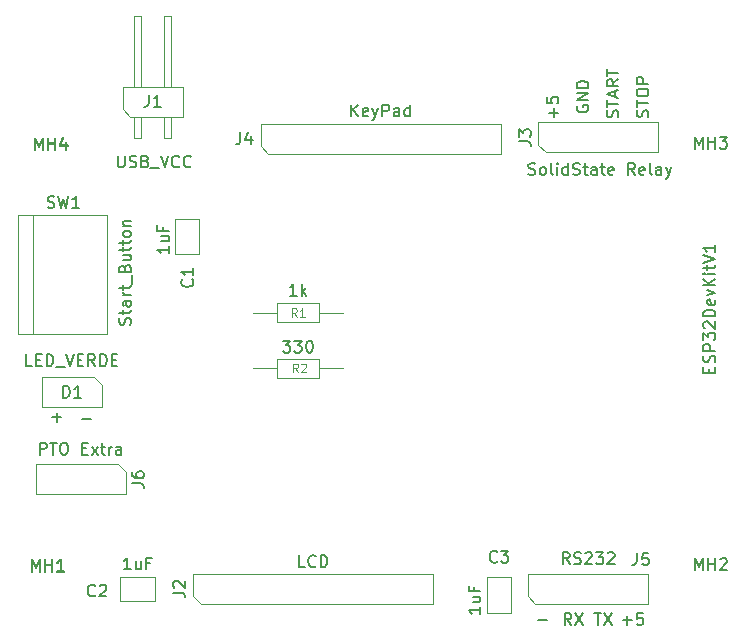
<source format=gbr>
%TF.GenerationSoftware,KiCad,Pcbnew,(5.1.10)-1*%
%TF.CreationDate,2021-09-09T10:08:14-05:00*%
%TF.ProjectId,ControlMotores,436f6e74-726f-46c4-9d6f-746f7265732e,rev?*%
%TF.SameCoordinates,PX6bac358PY737c164*%
%TF.FileFunction,Other,Fab,Top*%
%FSLAX46Y46*%
G04 Gerber Fmt 4.6, Leading zero omitted, Abs format (unit mm)*
G04 Created by KiCad (PCBNEW (5.1.10)-1) date 2021-09-09 10:08:14*
%MOMM*%
%LPD*%
G01*
G04 APERTURE LIST*
%ADD10C,0.150000*%
%ADD11C,0.100000*%
%ADD12C,0.108000*%
G04 APERTURE END LIST*
D10*
X6096047Y19550072D02*
X6857952Y19550072D01*
X3556047Y19677072D02*
X4317952Y19677072D01*
X3937000Y19296120D02*
X3937000Y20058024D01*
X53998761Y45109024D02*
X54046380Y45251881D01*
X54046380Y45489977D01*
X53998761Y45585215D01*
X53951142Y45632834D01*
X53855904Y45680453D01*
X53760666Y45680453D01*
X53665428Y45632834D01*
X53617809Y45585215D01*
X53570190Y45489977D01*
X53522571Y45299500D01*
X53474952Y45204262D01*
X53427333Y45156643D01*
X53332095Y45109024D01*
X53236857Y45109024D01*
X53141619Y45156643D01*
X53094000Y45204262D01*
X53046380Y45299500D01*
X53046380Y45537596D01*
X53094000Y45680453D01*
X53046380Y45966167D02*
X53046380Y46537596D01*
X54046380Y46251881D02*
X53046380Y46251881D01*
X53046380Y47061405D02*
X53046380Y47251881D01*
X53094000Y47347120D01*
X53189238Y47442358D01*
X53379714Y47489977D01*
X53713047Y47489977D01*
X53903523Y47442358D01*
X53998761Y47347120D01*
X54046380Y47251881D01*
X54046380Y47061405D01*
X53998761Y46966167D01*
X53903523Y46870929D01*
X53713047Y46823310D01*
X53379714Y46823310D01*
X53189238Y46870929D01*
X53094000Y46966167D01*
X53046380Y47061405D01*
X54046380Y47918548D02*
X53046380Y47918548D01*
X53046380Y48299500D01*
X53094000Y48394739D01*
X53141619Y48442358D01*
X53236857Y48489977D01*
X53379714Y48489977D01*
X53474952Y48442358D01*
X53522571Y48394739D01*
X53570190Y48299500D01*
X53570190Y47918548D01*
X51458761Y45077310D02*
X51506380Y45220167D01*
X51506380Y45458262D01*
X51458761Y45553500D01*
X51411142Y45601120D01*
X51315904Y45648739D01*
X51220666Y45648739D01*
X51125428Y45601120D01*
X51077809Y45553500D01*
X51030190Y45458262D01*
X50982571Y45267786D01*
X50934952Y45172548D01*
X50887333Y45124929D01*
X50792095Y45077310D01*
X50696857Y45077310D01*
X50601619Y45124929D01*
X50554000Y45172548D01*
X50506380Y45267786D01*
X50506380Y45505881D01*
X50554000Y45648739D01*
X50506380Y45934453D02*
X50506380Y46505881D01*
X51506380Y46220167D02*
X50506380Y46220167D01*
X51220666Y46791596D02*
X51220666Y47267786D01*
X51506380Y46696358D02*
X50506380Y47029691D01*
X51506380Y47363024D01*
X51506380Y48267786D02*
X51030190Y47934453D01*
X51506380Y47696358D02*
X50506380Y47696358D01*
X50506380Y48077310D01*
X50554000Y48172548D01*
X50601619Y48220167D01*
X50696857Y48267786D01*
X50839714Y48267786D01*
X50934952Y48220167D01*
X50982571Y48172548D01*
X51030190Y48077310D01*
X51030190Y47696358D01*
X50506380Y48553500D02*
X50506380Y49124929D01*
X51506380Y48839215D02*
X50506380Y48839215D01*
X48014000Y46037596D02*
X47966380Y45942358D01*
X47966380Y45799500D01*
X48014000Y45656643D01*
X48109238Y45561405D01*
X48204476Y45513786D01*
X48394952Y45466167D01*
X48537809Y45466167D01*
X48728285Y45513786D01*
X48823523Y45561405D01*
X48918761Y45656643D01*
X48966380Y45799500D01*
X48966380Y45894739D01*
X48918761Y46037596D01*
X48871142Y46085215D01*
X48537809Y46085215D01*
X48537809Y45894739D01*
X48966380Y46513786D02*
X47966380Y46513786D01*
X48966380Y47085215D01*
X47966380Y47085215D01*
X48966380Y47561405D02*
X47966380Y47561405D01*
X47966380Y47799500D01*
X48014000Y47942358D01*
X48109238Y48037596D01*
X48204476Y48085215D01*
X48394952Y48132834D01*
X48537809Y48132834D01*
X48728285Y48085215D01*
X48823523Y48037596D01*
X48918761Y47942358D01*
X48966380Y47799500D01*
X48966380Y47561405D01*
X46045428Y45053358D02*
X46045428Y45815262D01*
X46426380Y45434310D02*
X45664476Y45434310D01*
X45426380Y46767643D02*
X45426380Y46291453D01*
X45902571Y46243834D01*
X45854952Y46291453D01*
X45807333Y46386691D01*
X45807333Y46624786D01*
X45854952Y46720024D01*
X45902571Y46767643D01*
X45997809Y46815262D01*
X46235904Y46815262D01*
X46331142Y46767643D01*
X46378761Y46720024D01*
X46426380Y46624786D01*
X46426380Y46386691D01*
X46378761Y46291453D01*
X46331142Y46243834D01*
X51847857Y2468572D02*
X52609761Y2468572D01*
X52228809Y2087620D02*
X52228809Y2849524D01*
X53562142Y3087620D02*
X53085952Y3087620D01*
X53038333Y2611429D01*
X53085952Y2659048D01*
X53181190Y2706667D01*
X53419285Y2706667D01*
X53514523Y2659048D01*
X53562142Y2611429D01*
X53609761Y2516191D01*
X53609761Y2278096D01*
X53562142Y2182858D01*
X53514523Y2135239D01*
X53419285Y2087620D01*
X53181190Y2087620D01*
X53085952Y2135239D01*
X53038333Y2182858D01*
X49466595Y3087620D02*
X50038023Y3087620D01*
X49752309Y2087620D02*
X49752309Y3087620D01*
X50276119Y3087620D02*
X50942785Y2087620D01*
X50942785Y3087620D02*
X50276119Y2087620D01*
X47521833Y2087620D02*
X47188500Y2563810D01*
X46950404Y2087620D02*
X46950404Y3087620D01*
X47331357Y3087620D01*
X47426595Y3040000D01*
X47474214Y2992381D01*
X47521833Y2897143D01*
X47521833Y2754286D01*
X47474214Y2659048D01*
X47426595Y2611429D01*
X47331357Y2563810D01*
X46950404Y2563810D01*
X47855166Y3087620D02*
X48521833Y2087620D01*
X48521833Y3087620D02*
X47855166Y2087620D01*
X44704047Y2532072D02*
X45465952Y2532072D01*
D11*
%TO.C,C3*%
X40402000Y6115500D02*
X40402000Y3115500D01*
X42402000Y6115500D02*
X40402000Y6115500D01*
X42402000Y3115500D02*
X42402000Y6115500D01*
X40402000Y3115500D02*
X42402000Y3115500D01*
%TO.C,C2*%
X12275000Y6143500D02*
X9275000Y6143500D01*
X12275000Y4143500D02*
X12275000Y6143500D01*
X9275000Y4143500D02*
X12275000Y4143500D01*
X9275000Y6143500D02*
X9275000Y4143500D01*
%TO.C,C1*%
X13986000Y36468500D02*
X13986000Y33468500D01*
X15986000Y36468500D02*
X13986000Y36468500D01*
X15986000Y33468500D02*
X15986000Y36468500D01*
X13986000Y33468500D02*
X15986000Y33468500D01*
%TO.C,SW1*%
X1895000Y36700000D02*
X1895000Y26800000D01*
X8195000Y36750000D02*
X695000Y36750000D01*
X695000Y36750000D02*
X695000Y26750000D01*
X695000Y26750000D02*
X8195000Y26750000D01*
X8195000Y26750000D02*
X8195000Y36750000D01*
%TO.C,R2*%
X22584000Y24612500D02*
X22584000Y23012500D01*
X22584000Y23012500D02*
X26184000Y23012500D01*
X26184000Y23012500D02*
X26184000Y24612500D01*
X26184000Y24612500D02*
X22584000Y24612500D01*
X20574000Y23812500D02*
X22584000Y23812500D01*
X28194000Y23812500D02*
X26184000Y23812500D01*
%TO.C,R1*%
X22584000Y29311500D02*
X22584000Y27711500D01*
X22584000Y27711500D02*
X26184000Y27711500D01*
X26184000Y27711500D02*
X26184000Y29311500D01*
X26184000Y29311500D02*
X22584000Y29311500D01*
X20574000Y28511500D02*
X22584000Y28511500D01*
X28194000Y28511500D02*
X26184000Y28511500D01*
%TO.C,J6*%
X9779000Y15049500D02*
X9779000Y13144500D01*
X9779000Y13144500D02*
X2159000Y13144500D01*
X2159000Y13144500D02*
X2159000Y15684500D01*
X2159000Y15684500D02*
X9144000Y15684500D01*
X9144000Y15684500D02*
X9779000Y15049500D01*
%TO.C,J5*%
X43815000Y4508500D02*
X43815000Y6413500D01*
X43815000Y6413500D02*
X53975000Y6413500D01*
X53975000Y6413500D02*
X53975000Y3873500D01*
X53975000Y3873500D02*
X44450000Y3873500D01*
X44450000Y3873500D02*
X43815000Y4508500D01*
%TO.C,J4*%
X21209000Y42608500D02*
X21209000Y44513500D01*
X21209000Y44513500D02*
X41529000Y44513500D01*
X41529000Y44513500D02*
X41529000Y41973500D01*
X41529000Y41973500D02*
X21844000Y41973500D01*
X21844000Y41973500D02*
X21209000Y42608500D01*
%TO.C,J3*%
X44704000Y42735500D02*
X44704000Y44640500D01*
X44704000Y44640500D02*
X54864000Y44640500D01*
X54864000Y44640500D02*
X54864000Y42100500D01*
X54864000Y42100500D02*
X45339000Y42100500D01*
X45339000Y42100500D02*
X44704000Y42735500D01*
%TO.C,J2*%
X15494000Y4508500D02*
X15494000Y6413500D01*
X15494000Y6413500D02*
X35814000Y6413500D01*
X35814000Y6413500D02*
X35814000Y3873500D01*
X35814000Y3873500D02*
X16129000Y3873500D01*
X16129000Y3873500D02*
X15494000Y4508500D01*
%TO.C,J1*%
X9525000Y45759500D02*
X9525000Y47664500D01*
X9525000Y47664500D02*
X14605000Y47664500D01*
X14605000Y47664500D02*
X14605000Y45124500D01*
X14605000Y45124500D02*
X10160000Y45124500D01*
X10160000Y45124500D02*
X9525000Y45759500D01*
X10475000Y43304500D02*
X10475000Y45124500D01*
X10475000Y43304500D02*
X11115000Y43304500D01*
X11115000Y43304500D02*
X11115000Y45124500D01*
X10475000Y47664500D02*
X10475000Y53664500D01*
X10475000Y53664500D02*
X11115000Y53664500D01*
X11115000Y47664500D02*
X11115000Y53664500D01*
X13015000Y43304500D02*
X13015000Y45124500D01*
X13015000Y43304500D02*
X13655000Y43304500D01*
X13655000Y43304500D02*
X13655000Y45124500D01*
X13015000Y47664500D02*
X13015000Y53664500D01*
X13015000Y53664500D02*
X13655000Y53664500D01*
X13655000Y47664500D02*
X13655000Y53664500D01*
%TO.C,D1*%
X7747000Y22415500D02*
X7747000Y20510500D01*
X7747000Y20510500D02*
X2667000Y20510500D01*
X2667000Y20510500D02*
X2667000Y23050500D01*
X2667000Y23050500D02*
X7112000Y23050500D01*
X7112000Y23050500D02*
X7747000Y22415500D01*
%TD*%
%TO.C,C3*%
D10*
X39822380Y3595762D02*
X39822380Y3024334D01*
X39822380Y3310048D02*
X38822380Y3310048D01*
X38965238Y3214810D01*
X39060476Y3119572D01*
X39108095Y3024334D01*
X39155714Y4452905D02*
X39822380Y4452905D01*
X39155714Y4024334D02*
X39679523Y4024334D01*
X39774761Y4071953D01*
X39822380Y4167191D01*
X39822380Y4310048D01*
X39774761Y4405286D01*
X39727142Y4452905D01*
X39298571Y5262429D02*
X39298571Y4929096D01*
X39822380Y4929096D02*
X38822380Y4929096D01*
X38822380Y5405286D01*
X41235333Y7453358D02*
X41187714Y7405739D01*
X41044857Y7358120D01*
X40949619Y7358120D01*
X40806761Y7405739D01*
X40711523Y7500977D01*
X40663904Y7596215D01*
X40616285Y7786691D01*
X40616285Y7929548D01*
X40663904Y8120024D01*
X40711523Y8215262D01*
X40806761Y8310500D01*
X40949619Y8358120D01*
X41044857Y8358120D01*
X41187714Y8310500D01*
X41235333Y8262881D01*
X41568666Y8358120D02*
X42187714Y8358120D01*
X41854380Y7977167D01*
X41997238Y7977167D01*
X42092476Y7929548D01*
X42140095Y7881929D01*
X42187714Y7786691D01*
X42187714Y7548596D01*
X42140095Y7453358D01*
X42092476Y7405739D01*
X41997238Y7358120D01*
X41711523Y7358120D01*
X41616285Y7405739D01*
X41568666Y7453358D01*
%TO.C,C2*%
X10199761Y6786620D02*
X9628333Y6786620D01*
X9914047Y6786620D02*
X9914047Y7786620D01*
X9818809Y7643762D01*
X9723571Y7548524D01*
X9628333Y7500905D01*
X11056904Y7453286D02*
X11056904Y6786620D01*
X10628333Y7453286D02*
X10628333Y6929477D01*
X10675952Y6834239D01*
X10771190Y6786620D01*
X10914047Y6786620D01*
X11009285Y6834239D01*
X11056904Y6881858D01*
X11866428Y7310429D02*
X11533095Y7310429D01*
X11533095Y6786620D02*
X11533095Y7786620D01*
X12009285Y7786620D01*
X7199333Y4595858D02*
X7151714Y4548239D01*
X7008857Y4500620D01*
X6913619Y4500620D01*
X6770761Y4548239D01*
X6675523Y4643477D01*
X6627904Y4738715D01*
X6580285Y4929191D01*
X6580285Y5072048D01*
X6627904Y5262524D01*
X6675523Y5357762D01*
X6770761Y5453000D01*
X6913619Y5500620D01*
X7008857Y5500620D01*
X7151714Y5453000D01*
X7199333Y5405381D01*
X7580285Y5405381D02*
X7627904Y5453000D01*
X7723142Y5500620D01*
X7961238Y5500620D01*
X8056476Y5453000D01*
X8104095Y5405381D01*
X8151714Y5310143D01*
X8151714Y5214905D01*
X8104095Y5072048D01*
X7532666Y4500620D01*
X8151714Y4500620D01*
%TO.C,C1*%
X13469880Y34139262D02*
X13469880Y33567834D01*
X13469880Y33853548D02*
X12469880Y33853548D01*
X12612738Y33758310D01*
X12707976Y33663072D01*
X12755595Y33567834D01*
X12803214Y34996405D02*
X13469880Y34996405D01*
X12803214Y34567834D02*
X13327023Y34567834D01*
X13422261Y34615453D01*
X13469880Y34710691D01*
X13469880Y34853548D01*
X13422261Y34948786D01*
X13374642Y34996405D01*
X12946071Y35805929D02*
X12946071Y35472596D01*
X13469880Y35472596D02*
X12469880Y35472596D01*
X12469880Y35948786D01*
X15406642Y31329334D02*
X15454261Y31281715D01*
X15501880Y31138858D01*
X15501880Y31043620D01*
X15454261Y30900762D01*
X15359023Y30805524D01*
X15263785Y30757905D01*
X15073309Y30710286D01*
X14930452Y30710286D01*
X14739976Y30757905D01*
X14644738Y30805524D01*
X14549500Y30900762D01*
X14501880Y31043620D01*
X14501880Y31138858D01*
X14549500Y31281715D01*
X14597119Y31329334D01*
X15501880Y32281715D02*
X15501880Y31710286D01*
X15501880Y31996000D02*
X14501880Y31996000D01*
X14644738Y31900762D01*
X14739976Y31805524D01*
X14787595Y31710286D01*
%TO.C,MH3*%
X57975666Y42410120D02*
X57975666Y43410120D01*
X58309000Y42695834D01*
X58642333Y43410120D01*
X58642333Y42410120D01*
X59118523Y42410120D02*
X59118523Y43410120D01*
X59118523Y42933929D02*
X59689952Y42933929D01*
X59689952Y42410120D02*
X59689952Y43410120D01*
X60070904Y43410120D02*
X60689952Y43410120D01*
X60356619Y43029167D01*
X60499476Y43029167D01*
X60594714Y42981548D01*
X60642333Y42933929D01*
X60689952Y42838691D01*
X60689952Y42600596D01*
X60642333Y42505358D01*
X60594714Y42457739D01*
X60499476Y42410120D01*
X60213761Y42410120D01*
X60118523Y42457739D01*
X60070904Y42505358D01*
X57975666Y42410120D02*
X57975666Y43410120D01*
X58309000Y42695834D01*
X58642333Y43410120D01*
X58642333Y42410120D01*
X59118523Y42410120D02*
X59118523Y43410120D01*
X59118523Y42933929D02*
X59689952Y42933929D01*
X59689952Y42410120D02*
X59689952Y43410120D01*
X60070904Y43410120D02*
X60689952Y43410120D01*
X60356619Y43029167D01*
X60499476Y43029167D01*
X60594714Y42981548D01*
X60642333Y42933929D01*
X60689952Y42838691D01*
X60689952Y42600596D01*
X60642333Y42505358D01*
X60594714Y42457739D01*
X60499476Y42410120D01*
X60213761Y42410120D01*
X60118523Y42457739D01*
X60070904Y42505358D01*
%TO.C,MH4*%
X2095666Y42339120D02*
X2095666Y43339120D01*
X2429000Y42624834D01*
X2762333Y43339120D01*
X2762333Y42339120D01*
X3238523Y42339120D02*
X3238523Y43339120D01*
X3238523Y42862929D02*
X3809952Y42862929D01*
X3809952Y42339120D02*
X3809952Y43339120D01*
X4714714Y43005786D02*
X4714714Y42339120D01*
X4476619Y43386739D02*
X4238523Y42672453D01*
X4857571Y42672453D01*
X2095666Y42283120D02*
X2095666Y43283120D01*
X2429000Y42568834D01*
X2762333Y43283120D01*
X2762333Y42283120D01*
X3238523Y42283120D02*
X3238523Y43283120D01*
X3238523Y42806929D02*
X3809952Y42806929D01*
X3809952Y42283120D02*
X3809952Y43283120D01*
X4714714Y42949786D02*
X4714714Y42283120D01*
X4476619Y43330739D02*
X4238523Y42616453D01*
X4857571Y42616453D01*
%TO.C,MH2*%
X57975666Y6723120D02*
X57975666Y7723120D01*
X58309000Y7008834D01*
X58642333Y7723120D01*
X58642333Y6723120D01*
X59118523Y6723120D02*
X59118523Y7723120D01*
X59118523Y7246929D02*
X59689952Y7246929D01*
X59689952Y6723120D02*
X59689952Y7723120D01*
X60118523Y7627881D02*
X60166142Y7675500D01*
X60261380Y7723120D01*
X60499476Y7723120D01*
X60594714Y7675500D01*
X60642333Y7627881D01*
X60689952Y7532643D01*
X60689952Y7437405D01*
X60642333Y7294548D01*
X60070904Y6723120D01*
X60689952Y6723120D01*
X57975666Y6723120D02*
X57975666Y7723120D01*
X58309000Y7008834D01*
X58642333Y7723120D01*
X58642333Y6723120D01*
X59118523Y6723120D02*
X59118523Y7723120D01*
X59118523Y7246929D02*
X59689952Y7246929D01*
X59689952Y6723120D02*
X59689952Y7723120D01*
X60118523Y7627881D02*
X60166142Y7675500D01*
X60261380Y7723120D01*
X60499476Y7723120D01*
X60594714Y7675500D01*
X60642333Y7627881D01*
X60689952Y7532643D01*
X60689952Y7437405D01*
X60642333Y7294548D01*
X60070904Y6723120D01*
X60689952Y6723120D01*
%TO.C,MH1*%
X1841666Y6659620D02*
X1841666Y7659620D01*
X2175000Y6945334D01*
X2508333Y7659620D01*
X2508333Y6659620D01*
X2984523Y6659620D02*
X2984523Y7659620D01*
X2984523Y7183429D02*
X3555952Y7183429D01*
X3555952Y6659620D02*
X3555952Y7659620D01*
X4555952Y6659620D02*
X3984523Y6659620D01*
X4270238Y6659620D02*
X4270238Y7659620D01*
X4175000Y7516762D01*
X4079761Y7421524D01*
X3984523Y7373905D01*
X1841666Y6596120D02*
X1841666Y7596120D01*
X2175000Y6881834D01*
X2508333Y7596120D01*
X2508333Y6596120D01*
X2984523Y6596120D02*
X2984523Y7596120D01*
X2984523Y7119929D02*
X3555952Y7119929D01*
X3555952Y6596120D02*
X3555952Y7596120D01*
X4555952Y6596120D02*
X3984523Y6596120D01*
X4270238Y6596120D02*
X4270238Y7596120D01*
X4175000Y7453262D01*
X4079761Y7358024D01*
X3984523Y7310405D01*
%TO.C,U1*%
X59174071Y23448048D02*
X59174071Y23781381D01*
X59697880Y23924239D02*
X59697880Y23448048D01*
X58697880Y23448048D01*
X58697880Y23924239D01*
X59650261Y24305191D02*
X59697880Y24448048D01*
X59697880Y24686143D01*
X59650261Y24781381D01*
X59602642Y24829000D01*
X59507404Y24876620D01*
X59412166Y24876620D01*
X59316928Y24829000D01*
X59269309Y24781381D01*
X59221690Y24686143D01*
X59174071Y24495667D01*
X59126452Y24400429D01*
X59078833Y24352810D01*
X58983595Y24305191D01*
X58888357Y24305191D01*
X58793119Y24352810D01*
X58745500Y24400429D01*
X58697880Y24495667D01*
X58697880Y24733762D01*
X58745500Y24876620D01*
X59697880Y25305191D02*
X58697880Y25305191D01*
X58697880Y25686143D01*
X58745500Y25781381D01*
X58793119Y25829000D01*
X58888357Y25876620D01*
X59031214Y25876620D01*
X59126452Y25829000D01*
X59174071Y25781381D01*
X59221690Y25686143D01*
X59221690Y25305191D01*
X58697880Y26209953D02*
X58697880Y26829000D01*
X59078833Y26495667D01*
X59078833Y26638524D01*
X59126452Y26733762D01*
X59174071Y26781381D01*
X59269309Y26829000D01*
X59507404Y26829000D01*
X59602642Y26781381D01*
X59650261Y26733762D01*
X59697880Y26638524D01*
X59697880Y26352810D01*
X59650261Y26257572D01*
X59602642Y26209953D01*
X58793119Y27209953D02*
X58745500Y27257572D01*
X58697880Y27352810D01*
X58697880Y27590905D01*
X58745500Y27686143D01*
X58793119Y27733762D01*
X58888357Y27781381D01*
X58983595Y27781381D01*
X59126452Y27733762D01*
X59697880Y27162334D01*
X59697880Y27781381D01*
X59697880Y28209953D02*
X58697880Y28209953D01*
X58697880Y28448048D01*
X58745500Y28590905D01*
X58840738Y28686143D01*
X58935976Y28733762D01*
X59126452Y28781381D01*
X59269309Y28781381D01*
X59459785Y28733762D01*
X59555023Y28686143D01*
X59650261Y28590905D01*
X59697880Y28448048D01*
X59697880Y28209953D01*
X59650261Y29590905D02*
X59697880Y29495667D01*
X59697880Y29305191D01*
X59650261Y29209953D01*
X59555023Y29162334D01*
X59174071Y29162334D01*
X59078833Y29209953D01*
X59031214Y29305191D01*
X59031214Y29495667D01*
X59078833Y29590905D01*
X59174071Y29638524D01*
X59269309Y29638524D01*
X59364547Y29162334D01*
X59031214Y29971858D02*
X59697880Y30209953D01*
X59031214Y30448048D01*
X59697880Y30829000D02*
X58697880Y30829000D01*
X59697880Y31400429D02*
X59126452Y30971858D01*
X58697880Y31400429D02*
X59269309Y30829000D01*
X59697880Y31829000D02*
X59031214Y31829000D01*
X58697880Y31829000D02*
X58745500Y31781381D01*
X58793119Y31829000D01*
X58745500Y31876620D01*
X58697880Y31829000D01*
X58793119Y31829000D01*
X59031214Y32162334D02*
X59031214Y32543286D01*
X58697880Y32305191D02*
X59555023Y32305191D01*
X59650261Y32352810D01*
X59697880Y32448048D01*
X59697880Y32543286D01*
X58697880Y32733762D02*
X59697880Y33067096D01*
X58697880Y33400429D01*
X59697880Y34257572D02*
X59697880Y33686143D01*
X59697880Y33971858D02*
X58697880Y33971858D01*
X58840738Y33876620D01*
X58935976Y33781381D01*
X58983595Y33686143D01*
%TO.C,SW1*%
X10183761Y27511929D02*
X10231380Y27654786D01*
X10231380Y27892881D01*
X10183761Y27988120D01*
X10136142Y28035739D01*
X10040904Y28083358D01*
X9945666Y28083358D01*
X9850428Y28035739D01*
X9802809Y27988120D01*
X9755190Y27892881D01*
X9707571Y27702405D01*
X9659952Y27607167D01*
X9612333Y27559548D01*
X9517095Y27511929D01*
X9421857Y27511929D01*
X9326619Y27559548D01*
X9279000Y27607167D01*
X9231380Y27702405D01*
X9231380Y27940500D01*
X9279000Y28083358D01*
X9564714Y28369072D02*
X9564714Y28750024D01*
X9231380Y28511929D02*
X10088523Y28511929D01*
X10183761Y28559548D01*
X10231380Y28654786D01*
X10231380Y28750024D01*
X10231380Y29511929D02*
X9707571Y29511929D01*
X9612333Y29464310D01*
X9564714Y29369072D01*
X9564714Y29178596D01*
X9612333Y29083358D01*
X10183761Y29511929D02*
X10231380Y29416691D01*
X10231380Y29178596D01*
X10183761Y29083358D01*
X10088523Y29035739D01*
X9993285Y29035739D01*
X9898047Y29083358D01*
X9850428Y29178596D01*
X9850428Y29416691D01*
X9802809Y29511929D01*
X10231380Y29988120D02*
X9564714Y29988120D01*
X9755190Y29988120D02*
X9659952Y30035739D01*
X9612333Y30083358D01*
X9564714Y30178596D01*
X9564714Y30273834D01*
X9564714Y30464310D02*
X9564714Y30845262D01*
X9231380Y30607167D02*
X10088523Y30607167D01*
X10183761Y30654786D01*
X10231380Y30750024D01*
X10231380Y30845262D01*
X10326619Y30940500D02*
X10326619Y31702405D01*
X9707571Y32273834D02*
X9755190Y32416691D01*
X9802809Y32464310D01*
X9898047Y32511929D01*
X10040904Y32511929D01*
X10136142Y32464310D01*
X10183761Y32416691D01*
X10231380Y32321453D01*
X10231380Y31940500D01*
X9231380Y31940500D01*
X9231380Y32273834D01*
X9279000Y32369072D01*
X9326619Y32416691D01*
X9421857Y32464310D01*
X9517095Y32464310D01*
X9612333Y32416691D01*
X9659952Y32369072D01*
X9707571Y32273834D01*
X9707571Y31940500D01*
X9564714Y33369072D02*
X10231380Y33369072D01*
X9564714Y32940500D02*
X10088523Y32940500D01*
X10183761Y32988120D01*
X10231380Y33083358D01*
X10231380Y33226215D01*
X10183761Y33321453D01*
X10136142Y33369072D01*
X9564714Y33702405D02*
X9564714Y34083358D01*
X9231380Y33845262D02*
X10088523Y33845262D01*
X10183761Y33892881D01*
X10231380Y33988120D01*
X10231380Y34083358D01*
X9564714Y34273834D02*
X9564714Y34654786D01*
X9231380Y34416691D02*
X10088523Y34416691D01*
X10183761Y34464310D01*
X10231380Y34559548D01*
X10231380Y34654786D01*
X10231380Y35130977D02*
X10183761Y35035739D01*
X10136142Y34988120D01*
X10040904Y34940500D01*
X9755190Y34940500D01*
X9659952Y34988120D01*
X9612333Y35035739D01*
X9564714Y35130977D01*
X9564714Y35273834D01*
X9612333Y35369072D01*
X9659952Y35416691D01*
X9755190Y35464310D01*
X10040904Y35464310D01*
X10136142Y35416691D01*
X10183761Y35369072D01*
X10231380Y35273834D01*
X10231380Y35130977D01*
X9564714Y35892881D02*
X10231380Y35892881D01*
X9659952Y35892881D02*
X9612333Y35940500D01*
X9564714Y36035739D01*
X9564714Y36178596D01*
X9612333Y36273834D01*
X9707571Y36321453D01*
X10231380Y36321453D01*
X3175166Y37441239D02*
X3318023Y37393620D01*
X3556119Y37393620D01*
X3651357Y37441239D01*
X3698976Y37488858D01*
X3746595Y37584096D01*
X3746595Y37679334D01*
X3698976Y37774572D01*
X3651357Y37822191D01*
X3556119Y37869810D01*
X3365642Y37917429D01*
X3270404Y37965048D01*
X3222785Y38012667D01*
X3175166Y38107905D01*
X3175166Y38203143D01*
X3222785Y38298381D01*
X3270404Y38346000D01*
X3365642Y38393620D01*
X3603738Y38393620D01*
X3746595Y38346000D01*
X4079928Y38393620D02*
X4318023Y37393620D01*
X4508500Y38107905D01*
X4698976Y37393620D01*
X4937071Y38393620D01*
X5841833Y37393620D02*
X5270404Y37393620D01*
X5556119Y37393620D02*
X5556119Y38393620D01*
X5460880Y38250762D01*
X5365642Y38155524D01*
X5270404Y38107905D01*
%TO.C,R2*%
X23098285Y26138120D02*
X23717333Y26138120D01*
X23384000Y25757167D01*
X23526857Y25757167D01*
X23622095Y25709548D01*
X23669714Y25661929D01*
X23717333Y25566691D01*
X23717333Y25328596D01*
X23669714Y25233358D01*
X23622095Y25185739D01*
X23526857Y25138120D01*
X23241142Y25138120D01*
X23145904Y25185739D01*
X23098285Y25233358D01*
X24050666Y26138120D02*
X24669714Y26138120D01*
X24336380Y25757167D01*
X24479238Y25757167D01*
X24574476Y25709548D01*
X24622095Y25661929D01*
X24669714Y25566691D01*
X24669714Y25328596D01*
X24622095Y25233358D01*
X24574476Y25185739D01*
X24479238Y25138120D01*
X24193523Y25138120D01*
X24098285Y25185739D01*
X24050666Y25233358D01*
X25288761Y26138120D02*
X25384000Y26138120D01*
X25479238Y26090500D01*
X25526857Y26042881D01*
X25574476Y25947643D01*
X25622095Y25757167D01*
X25622095Y25519072D01*
X25574476Y25328596D01*
X25526857Y25233358D01*
X25479238Y25185739D01*
X25384000Y25138120D01*
X25288761Y25138120D01*
X25193523Y25185739D01*
X25145904Y25233358D01*
X25098285Y25328596D01*
X25050666Y25519072D01*
X25050666Y25757167D01*
X25098285Y25947643D01*
X25145904Y26042881D01*
X25193523Y26090500D01*
X25288761Y26138120D01*
D12*
X24391000Y23486786D02*
X24151000Y23829643D01*
X23979571Y23486786D02*
X23979571Y24206786D01*
X24253857Y24206786D01*
X24322428Y24172500D01*
X24356714Y24138215D01*
X24391000Y24069643D01*
X24391000Y23966786D01*
X24356714Y23898215D01*
X24322428Y23863929D01*
X24253857Y23829643D01*
X23979571Y23829643D01*
X24665285Y24138215D02*
X24699571Y24172500D01*
X24768142Y24206786D01*
X24939571Y24206786D01*
X25008142Y24172500D01*
X25042428Y24138215D01*
X25076714Y24069643D01*
X25076714Y24001072D01*
X25042428Y23898215D01*
X24631000Y23486786D01*
X25076714Y23486786D01*
%TO.C,R1*%
D10*
X24264952Y29964120D02*
X23693523Y29964120D01*
X23979238Y29964120D02*
X23979238Y30964120D01*
X23884000Y30821262D01*
X23788761Y30726024D01*
X23693523Y30678405D01*
X24693523Y29964120D02*
X24693523Y30964120D01*
X24788761Y30345072D02*
X25074476Y29964120D01*
X25074476Y30630786D02*
X24693523Y30249834D01*
D12*
X24264000Y28185786D02*
X24024000Y28528643D01*
X23852571Y28185786D02*
X23852571Y28905786D01*
X24126857Y28905786D01*
X24195428Y28871500D01*
X24229714Y28837215D01*
X24264000Y28768643D01*
X24264000Y28665786D01*
X24229714Y28597215D01*
X24195428Y28562929D01*
X24126857Y28528643D01*
X23852571Y28528643D01*
X24949714Y28185786D02*
X24538285Y28185786D01*
X24744000Y28185786D02*
X24744000Y28905786D01*
X24675428Y28802929D01*
X24606857Y28734358D01*
X24538285Y28700072D01*
%TO.C,J6*%
D10*
X2516619Y16502120D02*
X2516619Y17502120D01*
X2897571Y17502120D01*
X2992809Y17454500D01*
X3040428Y17406881D01*
X3088047Y17311643D01*
X3088047Y17168786D01*
X3040428Y17073548D01*
X2992809Y17025929D01*
X2897571Y16978310D01*
X2516619Y16978310D01*
X3373761Y17502120D02*
X3945190Y17502120D01*
X3659476Y16502120D02*
X3659476Y17502120D01*
X4469000Y17502120D02*
X4659476Y17502120D01*
X4754714Y17454500D01*
X4849952Y17359262D01*
X4897571Y17168786D01*
X4897571Y16835453D01*
X4849952Y16644977D01*
X4754714Y16549739D01*
X4659476Y16502120D01*
X4469000Y16502120D01*
X4373761Y16549739D01*
X4278523Y16644977D01*
X4230904Y16835453D01*
X4230904Y17168786D01*
X4278523Y17359262D01*
X4373761Y17454500D01*
X4469000Y17502120D01*
X6088047Y17025929D02*
X6421380Y17025929D01*
X6564238Y16502120D02*
X6088047Y16502120D01*
X6088047Y17502120D01*
X6564238Y17502120D01*
X6897571Y16502120D02*
X7421380Y17168786D01*
X6897571Y17168786D02*
X7421380Y16502120D01*
X7659476Y17168786D02*
X8040428Y17168786D01*
X7802333Y17502120D02*
X7802333Y16644977D01*
X7849952Y16549739D01*
X7945190Y16502120D01*
X8040428Y16502120D01*
X8373761Y16502120D02*
X8373761Y17168786D01*
X8373761Y16978310D02*
X8421380Y17073548D01*
X8469000Y17121167D01*
X8564238Y17168786D01*
X8659476Y17168786D01*
X9421380Y16502120D02*
X9421380Y17025929D01*
X9373761Y17121167D01*
X9278523Y17168786D01*
X9088047Y17168786D01*
X8992809Y17121167D01*
X9421380Y16549739D02*
X9326142Y16502120D01*
X9088047Y16502120D01*
X8992809Y16549739D01*
X8945190Y16644977D01*
X8945190Y16740215D01*
X8992809Y16835453D01*
X9088047Y16883072D01*
X9326142Y16883072D01*
X9421380Y16930691D01*
X10310880Y14081167D02*
X11025166Y14081167D01*
X11168023Y14033548D01*
X11263261Y13938310D01*
X11310880Y13795453D01*
X11310880Y13700215D01*
X10310880Y14985929D02*
X10310880Y14795453D01*
X10358500Y14700215D01*
X10406119Y14652596D01*
X10548976Y14557358D01*
X10739452Y14509739D01*
X11120404Y14509739D01*
X11215642Y14557358D01*
X11263261Y14604977D01*
X11310880Y14700215D01*
X11310880Y14890691D01*
X11263261Y14985929D01*
X11215642Y15033548D01*
X11120404Y15081167D01*
X10882309Y15081167D01*
X10787071Y15033548D01*
X10739452Y14985929D01*
X10691833Y14890691D01*
X10691833Y14700215D01*
X10739452Y14604977D01*
X10787071Y14557358D01*
X10882309Y14509739D01*
%TO.C,J5*%
X47363261Y7231120D02*
X47029928Y7707310D01*
X46791833Y7231120D02*
X46791833Y8231120D01*
X47172785Y8231120D01*
X47268023Y8183500D01*
X47315642Y8135881D01*
X47363261Y8040643D01*
X47363261Y7897786D01*
X47315642Y7802548D01*
X47268023Y7754929D01*
X47172785Y7707310D01*
X46791833Y7707310D01*
X47744214Y7278739D02*
X47887071Y7231120D01*
X48125166Y7231120D01*
X48220404Y7278739D01*
X48268023Y7326358D01*
X48315642Y7421596D01*
X48315642Y7516834D01*
X48268023Y7612072D01*
X48220404Y7659691D01*
X48125166Y7707310D01*
X47934690Y7754929D01*
X47839452Y7802548D01*
X47791833Y7850167D01*
X47744214Y7945405D01*
X47744214Y8040643D01*
X47791833Y8135881D01*
X47839452Y8183500D01*
X47934690Y8231120D01*
X48172785Y8231120D01*
X48315642Y8183500D01*
X48696595Y8135881D02*
X48744214Y8183500D01*
X48839452Y8231120D01*
X49077547Y8231120D01*
X49172785Y8183500D01*
X49220404Y8135881D01*
X49268023Y8040643D01*
X49268023Y7945405D01*
X49220404Y7802548D01*
X48648976Y7231120D01*
X49268023Y7231120D01*
X49601357Y8231120D02*
X50220404Y8231120D01*
X49887071Y7850167D01*
X50029928Y7850167D01*
X50125166Y7802548D01*
X50172785Y7754929D01*
X50220404Y7659691D01*
X50220404Y7421596D01*
X50172785Y7326358D01*
X50125166Y7278739D01*
X50029928Y7231120D01*
X49744214Y7231120D01*
X49648976Y7278739D01*
X49601357Y7326358D01*
X50601357Y8135881D02*
X50648976Y8183500D01*
X50744214Y8231120D01*
X50982309Y8231120D01*
X51077547Y8183500D01*
X51125166Y8135881D01*
X51172785Y8040643D01*
X51172785Y7945405D01*
X51125166Y7802548D01*
X50553738Y7231120D01*
X51172785Y7231120D01*
X53070166Y8167620D02*
X53070166Y7453334D01*
X53022547Y7310477D01*
X52927309Y7215239D01*
X52784452Y7167620D01*
X52689214Y7167620D01*
X54022547Y8167620D02*
X53546357Y8167620D01*
X53498738Y7691429D01*
X53546357Y7739048D01*
X53641595Y7786667D01*
X53879690Y7786667D01*
X53974928Y7739048D01*
X54022547Y7691429D01*
X54070166Y7596191D01*
X54070166Y7358096D01*
X54022547Y7262858D01*
X53974928Y7215239D01*
X53879690Y7167620D01*
X53641595Y7167620D01*
X53546357Y7215239D01*
X53498738Y7262858D01*
%TO.C,J4*%
X28892809Y45140620D02*
X28892809Y46140620D01*
X29464238Y45140620D02*
X29035666Y45712048D01*
X29464238Y46140620D02*
X28892809Y45569191D01*
X30273761Y45188239D02*
X30178523Y45140620D01*
X29988047Y45140620D01*
X29892809Y45188239D01*
X29845190Y45283477D01*
X29845190Y45664429D01*
X29892809Y45759667D01*
X29988047Y45807286D01*
X30178523Y45807286D01*
X30273761Y45759667D01*
X30321380Y45664429D01*
X30321380Y45569191D01*
X29845190Y45473953D01*
X30654714Y45807286D02*
X30892809Y45140620D01*
X31130904Y45807286D02*
X30892809Y45140620D01*
X30797571Y44902524D01*
X30749952Y44854905D01*
X30654714Y44807286D01*
X31511857Y45140620D02*
X31511857Y46140620D01*
X31892809Y46140620D01*
X31988047Y46093000D01*
X32035666Y46045381D01*
X32083285Y45950143D01*
X32083285Y45807286D01*
X32035666Y45712048D01*
X31988047Y45664429D01*
X31892809Y45616810D01*
X31511857Y45616810D01*
X32940428Y45140620D02*
X32940428Y45664429D01*
X32892809Y45759667D01*
X32797571Y45807286D01*
X32607095Y45807286D01*
X32511857Y45759667D01*
X32940428Y45188239D02*
X32845190Y45140620D01*
X32607095Y45140620D01*
X32511857Y45188239D01*
X32464238Y45283477D01*
X32464238Y45378715D01*
X32511857Y45473953D01*
X32607095Y45521572D01*
X32845190Y45521572D01*
X32940428Y45569191D01*
X33845190Y45140620D02*
X33845190Y46140620D01*
X33845190Y45188239D02*
X33749952Y45140620D01*
X33559476Y45140620D01*
X33464238Y45188239D01*
X33416619Y45235858D01*
X33369000Y45331096D01*
X33369000Y45616810D01*
X33416619Y45712048D01*
X33464238Y45759667D01*
X33559476Y45807286D01*
X33749952Y45807286D01*
X33845190Y45759667D01*
X19478666Y43791120D02*
X19478666Y43076834D01*
X19431047Y42933977D01*
X19335809Y42838739D01*
X19192952Y42791120D01*
X19097714Y42791120D01*
X20383428Y43457786D02*
X20383428Y42791120D01*
X20145333Y43838739D02*
X19907238Y43124453D01*
X20526285Y43124453D01*
%TO.C,J3*%
X43887190Y40235239D02*
X44030047Y40187620D01*
X44268142Y40187620D01*
X44363380Y40235239D01*
X44411000Y40282858D01*
X44458619Y40378096D01*
X44458619Y40473334D01*
X44411000Y40568572D01*
X44363380Y40616191D01*
X44268142Y40663810D01*
X44077666Y40711429D01*
X43982428Y40759048D01*
X43934809Y40806667D01*
X43887190Y40901905D01*
X43887190Y40997143D01*
X43934809Y41092381D01*
X43982428Y41140000D01*
X44077666Y41187620D01*
X44315761Y41187620D01*
X44458619Y41140000D01*
X45030047Y40187620D02*
X44934809Y40235239D01*
X44887190Y40282858D01*
X44839571Y40378096D01*
X44839571Y40663810D01*
X44887190Y40759048D01*
X44934809Y40806667D01*
X45030047Y40854286D01*
X45172904Y40854286D01*
X45268142Y40806667D01*
X45315761Y40759048D01*
X45363380Y40663810D01*
X45363380Y40378096D01*
X45315761Y40282858D01*
X45268142Y40235239D01*
X45172904Y40187620D01*
X45030047Y40187620D01*
X45934809Y40187620D02*
X45839571Y40235239D01*
X45791952Y40330477D01*
X45791952Y41187620D01*
X46315761Y40187620D02*
X46315761Y40854286D01*
X46315761Y41187620D02*
X46268142Y41140000D01*
X46315761Y41092381D01*
X46363380Y41140000D01*
X46315761Y41187620D01*
X46315761Y41092381D01*
X47220523Y40187620D02*
X47220523Y41187620D01*
X47220523Y40235239D02*
X47125285Y40187620D01*
X46934809Y40187620D01*
X46839571Y40235239D01*
X46791952Y40282858D01*
X46744333Y40378096D01*
X46744333Y40663810D01*
X46791952Y40759048D01*
X46839571Y40806667D01*
X46934809Y40854286D01*
X47125285Y40854286D01*
X47220523Y40806667D01*
X47649095Y40235239D02*
X47791952Y40187620D01*
X48030047Y40187620D01*
X48125285Y40235239D01*
X48172904Y40282858D01*
X48220523Y40378096D01*
X48220523Y40473334D01*
X48172904Y40568572D01*
X48125285Y40616191D01*
X48030047Y40663810D01*
X47839571Y40711429D01*
X47744333Y40759048D01*
X47696714Y40806667D01*
X47649095Y40901905D01*
X47649095Y40997143D01*
X47696714Y41092381D01*
X47744333Y41140000D01*
X47839571Y41187620D01*
X48077666Y41187620D01*
X48220523Y41140000D01*
X48506238Y40854286D02*
X48887190Y40854286D01*
X48649095Y41187620D02*
X48649095Y40330477D01*
X48696714Y40235239D01*
X48791952Y40187620D01*
X48887190Y40187620D01*
X49649095Y40187620D02*
X49649095Y40711429D01*
X49601476Y40806667D01*
X49506238Y40854286D01*
X49315761Y40854286D01*
X49220523Y40806667D01*
X49649095Y40235239D02*
X49553857Y40187620D01*
X49315761Y40187620D01*
X49220523Y40235239D01*
X49172904Y40330477D01*
X49172904Y40425715D01*
X49220523Y40520953D01*
X49315761Y40568572D01*
X49553857Y40568572D01*
X49649095Y40616191D01*
X49982428Y40854286D02*
X50363380Y40854286D01*
X50125285Y41187620D02*
X50125285Y40330477D01*
X50172904Y40235239D01*
X50268142Y40187620D01*
X50363380Y40187620D01*
X51077666Y40235239D02*
X50982428Y40187620D01*
X50791952Y40187620D01*
X50696714Y40235239D01*
X50649095Y40330477D01*
X50649095Y40711429D01*
X50696714Y40806667D01*
X50791952Y40854286D01*
X50982428Y40854286D01*
X51077666Y40806667D01*
X51125285Y40711429D01*
X51125285Y40616191D01*
X50649095Y40520953D01*
X52887190Y40187620D02*
X52553857Y40663810D01*
X52315761Y40187620D02*
X52315761Y41187620D01*
X52696714Y41187620D01*
X52791952Y41140000D01*
X52839571Y41092381D01*
X52887190Y40997143D01*
X52887190Y40854286D01*
X52839571Y40759048D01*
X52791952Y40711429D01*
X52696714Y40663810D01*
X52315761Y40663810D01*
X53696714Y40235239D02*
X53601476Y40187620D01*
X53411000Y40187620D01*
X53315761Y40235239D01*
X53268142Y40330477D01*
X53268142Y40711429D01*
X53315761Y40806667D01*
X53411000Y40854286D01*
X53601476Y40854286D01*
X53696714Y40806667D01*
X53744333Y40711429D01*
X53744333Y40616191D01*
X53268142Y40520953D01*
X54315761Y40187620D02*
X54220523Y40235239D01*
X54172904Y40330477D01*
X54172904Y41187620D01*
X55125285Y40187620D02*
X55125285Y40711429D01*
X55077666Y40806667D01*
X54982428Y40854286D01*
X54791952Y40854286D01*
X54696714Y40806667D01*
X55125285Y40235239D02*
X55030047Y40187620D01*
X54791952Y40187620D01*
X54696714Y40235239D01*
X54649095Y40330477D01*
X54649095Y40425715D01*
X54696714Y40520953D01*
X54791952Y40568572D01*
X55030047Y40568572D01*
X55125285Y40616191D01*
X55506238Y40854286D02*
X55744333Y40187620D01*
X55982428Y40854286D02*
X55744333Y40187620D01*
X55649095Y39949524D01*
X55601476Y39901905D01*
X55506238Y39854286D01*
X43076880Y43037167D02*
X43791166Y43037167D01*
X43934023Y42989548D01*
X44029261Y42894310D01*
X44076880Y42751453D01*
X44076880Y42656215D01*
X43076880Y43418120D02*
X43076880Y44037167D01*
X43457833Y43703834D01*
X43457833Y43846691D01*
X43505452Y43941929D01*
X43553071Y43989548D01*
X43648309Y44037167D01*
X43886404Y44037167D01*
X43981642Y43989548D01*
X44029261Y43941929D01*
X44076880Y43846691D01*
X44076880Y43560977D01*
X44029261Y43465739D01*
X43981642Y43418120D01*
%TO.C,J2*%
X24963523Y6977120D02*
X24487333Y6977120D01*
X24487333Y7977120D01*
X25868285Y7072358D02*
X25820666Y7024739D01*
X25677809Y6977120D01*
X25582571Y6977120D01*
X25439714Y7024739D01*
X25344476Y7119977D01*
X25296857Y7215215D01*
X25249238Y7405691D01*
X25249238Y7548548D01*
X25296857Y7739024D01*
X25344476Y7834262D01*
X25439714Y7929500D01*
X25582571Y7977120D01*
X25677809Y7977120D01*
X25820666Y7929500D01*
X25868285Y7881881D01*
X26296857Y6977120D02*
X26296857Y7977120D01*
X26534952Y7977120D01*
X26677809Y7929500D01*
X26773047Y7834262D01*
X26820666Y7739024D01*
X26868285Y7548548D01*
X26868285Y7405691D01*
X26820666Y7215215D01*
X26773047Y7119977D01*
X26677809Y7024739D01*
X26534952Y6977120D01*
X26296857Y6977120D01*
X13803380Y4810167D02*
X14517666Y4810167D01*
X14660523Y4762548D01*
X14755761Y4667310D01*
X14803380Y4524453D01*
X14803380Y4429215D01*
X13898619Y5238739D02*
X13851000Y5286358D01*
X13803380Y5381596D01*
X13803380Y5619691D01*
X13851000Y5714929D01*
X13898619Y5762548D01*
X13993857Y5810167D01*
X14089095Y5810167D01*
X14231952Y5762548D01*
X14803380Y5191120D01*
X14803380Y5810167D01*
%TO.C,J1*%
X9120571Y41822620D02*
X9120571Y41013096D01*
X9168190Y40917858D01*
X9215809Y40870239D01*
X9311047Y40822620D01*
X9501523Y40822620D01*
X9596761Y40870239D01*
X9644380Y40917858D01*
X9692000Y41013096D01*
X9692000Y41822620D01*
X10120571Y40870239D02*
X10263428Y40822620D01*
X10501523Y40822620D01*
X10596761Y40870239D01*
X10644380Y40917858D01*
X10692000Y41013096D01*
X10692000Y41108334D01*
X10644380Y41203572D01*
X10596761Y41251191D01*
X10501523Y41298810D01*
X10311047Y41346429D01*
X10215809Y41394048D01*
X10168190Y41441667D01*
X10120571Y41536905D01*
X10120571Y41632143D01*
X10168190Y41727381D01*
X10215809Y41775000D01*
X10311047Y41822620D01*
X10549142Y41822620D01*
X10692000Y41775000D01*
X11453904Y41346429D02*
X11596761Y41298810D01*
X11644380Y41251191D01*
X11692000Y41155953D01*
X11692000Y41013096D01*
X11644380Y40917858D01*
X11596761Y40870239D01*
X11501523Y40822620D01*
X11120571Y40822620D01*
X11120571Y41822620D01*
X11453904Y41822620D01*
X11549142Y41775000D01*
X11596761Y41727381D01*
X11644380Y41632143D01*
X11644380Y41536905D01*
X11596761Y41441667D01*
X11549142Y41394048D01*
X11453904Y41346429D01*
X11120571Y41346429D01*
X11882476Y40727381D02*
X12644380Y40727381D01*
X12739619Y41822620D02*
X13072952Y40822620D01*
X13406285Y41822620D01*
X14311047Y40917858D02*
X14263428Y40870239D01*
X14120571Y40822620D01*
X14025333Y40822620D01*
X13882476Y40870239D01*
X13787238Y40965477D01*
X13739619Y41060715D01*
X13692000Y41251191D01*
X13692000Y41394048D01*
X13739619Y41584524D01*
X13787238Y41679762D01*
X13882476Y41775000D01*
X14025333Y41822620D01*
X14120571Y41822620D01*
X14263428Y41775000D01*
X14311047Y41727381D01*
X15311047Y40917858D02*
X15263428Y40870239D01*
X15120571Y40822620D01*
X15025333Y40822620D01*
X14882476Y40870239D01*
X14787238Y40965477D01*
X14739619Y41060715D01*
X14692000Y41251191D01*
X14692000Y41394048D01*
X14739619Y41584524D01*
X14787238Y41679762D01*
X14882476Y41775000D01*
X15025333Y41822620D01*
X15120571Y41822620D01*
X15263428Y41775000D01*
X15311047Y41727381D01*
X11731666Y46942120D02*
X11731666Y46227834D01*
X11684047Y46084977D01*
X11588809Y45989739D01*
X11445952Y45942120D01*
X11350714Y45942120D01*
X12731666Y45942120D02*
X12160238Y45942120D01*
X12445952Y45942120D02*
X12445952Y46942120D01*
X12350714Y46799262D01*
X12255476Y46704024D01*
X12160238Y46656405D01*
%TO.C,D1*%
X1849857Y23995120D02*
X1373666Y23995120D01*
X1373666Y24995120D01*
X2183190Y24518929D02*
X2516523Y24518929D01*
X2659380Y23995120D02*
X2183190Y23995120D01*
X2183190Y24995120D01*
X2659380Y24995120D01*
X3087952Y23995120D02*
X3087952Y24995120D01*
X3326047Y24995120D01*
X3468904Y24947500D01*
X3564142Y24852262D01*
X3611761Y24757024D01*
X3659380Y24566548D01*
X3659380Y24423691D01*
X3611761Y24233215D01*
X3564142Y24137977D01*
X3468904Y24042739D01*
X3326047Y23995120D01*
X3087952Y23995120D01*
X3849857Y23899881D02*
X4611761Y23899881D01*
X4707000Y24995120D02*
X5040333Y23995120D01*
X5373666Y24995120D01*
X5707000Y24518929D02*
X6040333Y24518929D01*
X6183190Y23995120D02*
X5707000Y23995120D01*
X5707000Y24995120D01*
X6183190Y24995120D01*
X7183190Y23995120D02*
X6849857Y24471310D01*
X6611761Y23995120D02*
X6611761Y24995120D01*
X6992714Y24995120D01*
X7087952Y24947500D01*
X7135571Y24899881D01*
X7183190Y24804643D01*
X7183190Y24661786D01*
X7135571Y24566548D01*
X7087952Y24518929D01*
X6992714Y24471310D01*
X6611761Y24471310D01*
X7611761Y23995120D02*
X7611761Y24995120D01*
X7849857Y24995120D01*
X7992714Y24947500D01*
X8087952Y24852262D01*
X8135571Y24757024D01*
X8183190Y24566548D01*
X8183190Y24423691D01*
X8135571Y24233215D01*
X8087952Y24137977D01*
X7992714Y24042739D01*
X7849857Y23995120D01*
X7611761Y23995120D01*
X8611761Y24518929D02*
X8945095Y24518929D01*
X9087952Y23995120D02*
X8611761Y23995120D01*
X8611761Y24995120D01*
X9087952Y24995120D01*
X4468904Y21328120D02*
X4468904Y22328120D01*
X4707000Y22328120D01*
X4849857Y22280500D01*
X4945095Y22185262D01*
X4992714Y22090024D01*
X5040333Y21899548D01*
X5040333Y21756691D01*
X4992714Y21566215D01*
X4945095Y21470977D01*
X4849857Y21375739D01*
X4707000Y21328120D01*
X4468904Y21328120D01*
X5992714Y21328120D02*
X5421285Y21328120D01*
X5707000Y21328120D02*
X5707000Y22328120D01*
X5611761Y22185262D01*
X5516523Y22090024D01*
X5421285Y22042405D01*
%TD*%
M02*

</source>
